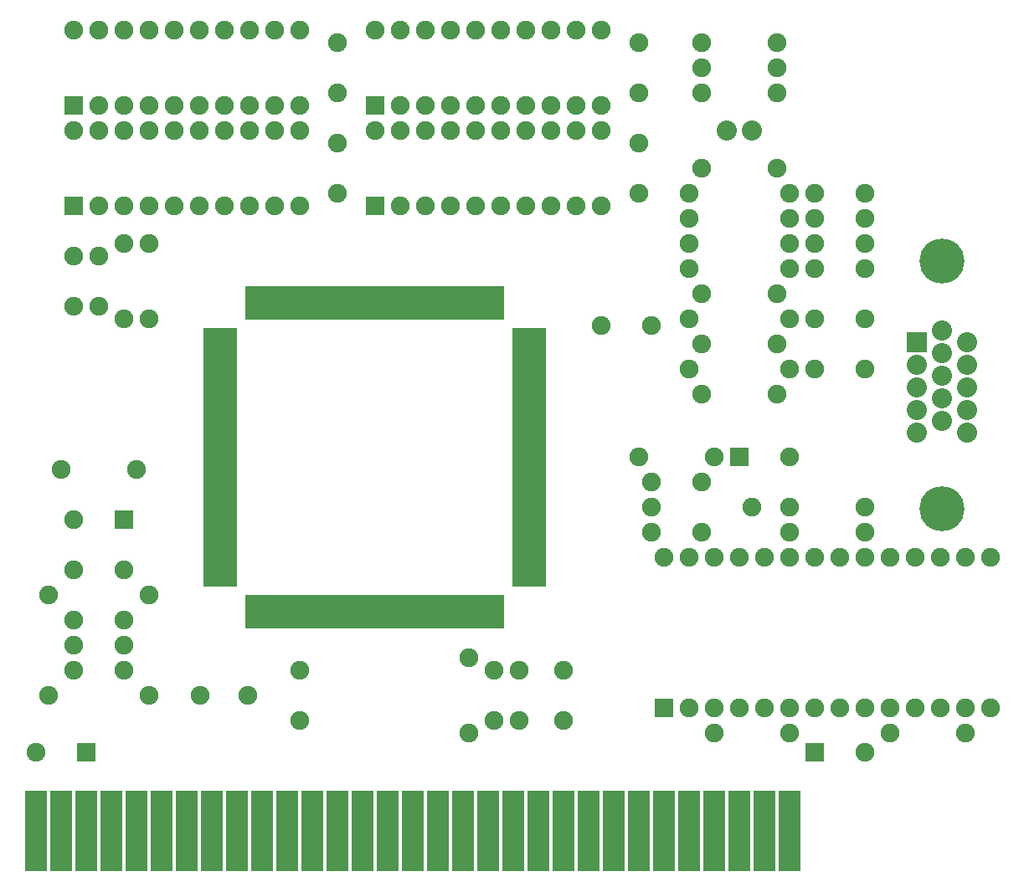
<source format=gts>
G04 (created by PCBNEW-RS274X (2012-01-19 BZR 3256)-stable) date 3/15/2013 12:17:23 AM*
G01*
G70*
G90*
%MOIN*%
G04 Gerber Fmt 3.4, Leading zero omitted, Abs format*
%FSLAX34Y34*%
G04 APERTURE LIST*
%ADD10C,0.006000*%
%ADD11R,0.075000X0.075000*%
%ADD12C,0.075000*%
%ADD13R,0.090000X0.320000*%
%ADD14C,0.179400*%
%ADD15R,0.080000X0.080000*%
%ADD16C,0.080000*%
%ADD17R,0.138100X0.033800*%
%ADD18R,0.033800X0.138100*%
%ADD19O,0.080000X0.080000*%
G04 APERTURE END LIST*
G54D10*
G54D11*
X66000Y-46500D03*
G54D12*
X67000Y-46500D03*
X68000Y-46500D03*
X69000Y-46500D03*
X70000Y-46500D03*
X71000Y-46500D03*
X72000Y-46500D03*
X73000Y-46500D03*
X74000Y-46500D03*
X75000Y-46500D03*
X76000Y-46500D03*
X77000Y-46500D03*
X78000Y-46500D03*
X79000Y-46500D03*
X79000Y-40500D03*
X78000Y-40500D03*
X77000Y-40500D03*
X76000Y-40500D03*
X75000Y-40500D03*
X74000Y-40500D03*
X73000Y-40500D03*
X72000Y-40500D03*
X71000Y-40500D03*
X70000Y-40500D03*
X69000Y-40500D03*
X68000Y-40500D03*
X67000Y-40500D03*
X66000Y-40500D03*
X44500Y-31000D03*
X44500Y-28000D03*
X67500Y-21000D03*
X70500Y-21000D03*
X70500Y-25000D03*
X67500Y-25000D03*
X71000Y-47500D03*
X68000Y-47500D03*
X67500Y-22000D03*
X70500Y-22000D03*
X65000Y-36500D03*
X68000Y-36500D03*
X67500Y-30000D03*
X70500Y-30000D03*
X67500Y-32000D03*
X70500Y-32000D03*
X67500Y-34000D03*
X70500Y-34000D03*
X58250Y-47500D03*
X58250Y-44500D03*
X45500Y-31000D03*
X45500Y-28000D03*
X78000Y-47500D03*
X75000Y-47500D03*
X74000Y-38500D03*
X71000Y-38500D03*
X74000Y-39500D03*
X71000Y-39500D03*
X67500Y-20000D03*
X70500Y-20000D03*
X42000Y-37000D03*
X45000Y-37000D03*
G54D11*
X54500Y-22500D03*
G54D12*
X55500Y-22500D03*
X56500Y-22500D03*
X57500Y-22500D03*
X58500Y-22500D03*
X59500Y-22500D03*
X60500Y-22500D03*
X61500Y-22500D03*
X62500Y-22500D03*
X63500Y-22500D03*
X63500Y-19500D03*
X62500Y-19500D03*
X61500Y-19500D03*
X60500Y-19500D03*
X59500Y-19500D03*
X58500Y-19500D03*
X57500Y-19500D03*
X56500Y-19500D03*
X55500Y-19500D03*
X54500Y-19500D03*
G54D11*
X42500Y-22500D03*
G54D12*
X43500Y-22500D03*
X44500Y-22500D03*
X45500Y-22500D03*
X46500Y-22500D03*
X47500Y-22500D03*
X48500Y-22500D03*
X49500Y-22500D03*
X50500Y-22500D03*
X51500Y-22500D03*
X51500Y-19500D03*
X50500Y-19500D03*
X49500Y-19500D03*
X48500Y-19500D03*
X47500Y-19500D03*
X46500Y-19500D03*
X45500Y-19500D03*
X44500Y-19500D03*
X43500Y-19500D03*
X42500Y-19500D03*
G54D11*
X54500Y-26500D03*
G54D12*
X55500Y-26500D03*
X56500Y-26500D03*
X57500Y-26500D03*
X58500Y-26500D03*
X59500Y-26500D03*
X60500Y-26500D03*
X61500Y-26500D03*
X62500Y-26500D03*
X63500Y-26500D03*
X63500Y-23500D03*
X62500Y-23500D03*
X61500Y-23500D03*
X60500Y-23500D03*
X59500Y-23500D03*
X58500Y-23500D03*
X57500Y-23500D03*
X56500Y-23500D03*
X55500Y-23500D03*
X54500Y-23500D03*
G54D11*
X42500Y-26500D03*
G54D12*
X43500Y-26500D03*
X44500Y-26500D03*
X45500Y-26500D03*
X46500Y-26500D03*
X47500Y-26500D03*
X48500Y-26500D03*
X49500Y-26500D03*
X50500Y-26500D03*
X51500Y-26500D03*
X51500Y-23500D03*
X50500Y-23500D03*
X49500Y-23500D03*
X48500Y-23500D03*
X47500Y-23500D03*
X46500Y-23500D03*
X45500Y-23500D03*
X44500Y-23500D03*
X43500Y-23500D03*
X42500Y-23500D03*
G54D11*
X44500Y-39000D03*
G54D12*
X42500Y-39000D03*
X63500Y-31250D03*
X65500Y-31250D03*
X65500Y-39500D03*
X67500Y-39500D03*
X65000Y-26000D03*
X65000Y-24000D03*
X53000Y-26000D03*
X53000Y-24000D03*
X53000Y-22000D03*
X53000Y-20000D03*
X44500Y-41000D03*
X42500Y-41000D03*
X44500Y-43000D03*
X42500Y-43000D03*
X65500Y-37500D03*
X67500Y-37500D03*
X42500Y-45000D03*
X44500Y-45000D03*
X44500Y-44000D03*
X42500Y-44000D03*
X72000Y-28000D03*
X74000Y-28000D03*
X62000Y-45000D03*
X62000Y-47000D03*
X60250Y-45000D03*
X60250Y-47000D03*
X59250Y-45000D03*
X59250Y-47000D03*
X42500Y-28500D03*
X42500Y-30500D03*
X43500Y-28500D03*
X43500Y-30500D03*
X72000Y-29000D03*
X74000Y-29000D03*
X72000Y-33000D03*
X74000Y-33000D03*
G54D13*
X71000Y-51375D03*
X70000Y-51375D03*
X69000Y-51375D03*
X68000Y-51375D03*
X67000Y-51375D03*
X66000Y-51375D03*
X65000Y-51375D03*
X64000Y-51375D03*
X63000Y-51375D03*
X62000Y-51375D03*
X61000Y-51375D03*
X60000Y-51375D03*
X59000Y-51375D03*
X58000Y-51375D03*
X57000Y-51375D03*
X56000Y-51375D03*
X55000Y-51375D03*
X54000Y-51375D03*
X53000Y-51375D03*
X52000Y-51375D03*
X51000Y-51375D03*
X50000Y-51375D03*
X49000Y-51375D03*
X48000Y-51375D03*
X47000Y-51375D03*
X46000Y-51375D03*
X45000Y-51375D03*
X44000Y-51375D03*
X43000Y-51375D03*
X42000Y-51375D03*
X41000Y-51375D03*
G54D14*
X77073Y-38539D03*
X77073Y-28701D03*
G54D15*
X76073Y-31911D03*
G54D16*
X76073Y-32813D03*
X76073Y-33718D03*
X76073Y-34620D03*
X76073Y-35522D03*
X77073Y-34169D03*
X77073Y-33268D03*
X77073Y-32366D03*
X77073Y-31464D03*
X77073Y-35071D03*
X78073Y-31911D03*
X78073Y-32813D03*
X78073Y-33718D03*
X78073Y-34620D03*
X78073Y-35522D03*
G54D17*
X60642Y-41490D03*
X60642Y-41234D03*
X60642Y-40978D03*
X60642Y-40722D03*
X60642Y-40466D03*
X60642Y-40210D03*
X60642Y-39954D03*
X60642Y-39699D03*
X60642Y-39443D03*
X60642Y-39187D03*
X60642Y-38931D03*
X60642Y-38675D03*
X60642Y-38419D03*
X60642Y-38163D03*
X60642Y-37907D03*
X60642Y-37651D03*
X60642Y-37395D03*
X60642Y-37139D03*
X60642Y-36884D03*
X60642Y-36628D03*
X60642Y-36372D03*
X60642Y-36116D03*
X60642Y-35860D03*
X60642Y-35604D03*
X60642Y-35348D03*
X60642Y-35092D03*
X60642Y-34836D03*
X60642Y-34580D03*
X60642Y-34325D03*
X60642Y-34069D03*
X60642Y-33813D03*
X60642Y-33557D03*
X60642Y-33301D03*
X60642Y-33045D03*
X60642Y-32789D03*
X60642Y-32533D03*
X60642Y-32277D03*
X60642Y-32021D03*
X60642Y-31765D03*
X60642Y-31510D03*
X48358Y-31510D03*
X48358Y-31766D03*
X48358Y-32022D03*
X48358Y-32278D03*
X48358Y-32534D03*
X48358Y-32789D03*
X48358Y-33045D03*
X48358Y-33301D03*
X48358Y-33557D03*
X48358Y-33813D03*
X48358Y-34069D03*
X48358Y-34325D03*
X48358Y-34581D03*
X48358Y-34837D03*
X48358Y-35093D03*
X48358Y-35348D03*
X48358Y-35604D03*
X48358Y-35860D03*
X48358Y-36116D03*
X48358Y-36372D03*
X48358Y-36628D03*
X48358Y-36884D03*
X48358Y-37140D03*
X48358Y-37396D03*
X48358Y-37652D03*
X48358Y-37908D03*
X48358Y-38163D03*
X48358Y-38419D03*
X48358Y-38675D03*
X48358Y-38931D03*
X48358Y-39187D03*
X48358Y-39443D03*
X48358Y-39699D03*
X48358Y-39955D03*
X48358Y-40211D03*
X48358Y-40467D03*
X48358Y-40722D03*
X48358Y-40978D03*
X48358Y-41234D03*
X48358Y-41490D03*
G54D18*
X54372Y-30358D03*
X54116Y-30358D03*
X53860Y-30358D03*
X53604Y-30358D03*
X53348Y-30358D03*
X53092Y-30358D03*
X52837Y-30358D03*
X52581Y-30358D03*
X52325Y-30358D03*
X52069Y-30358D03*
X51813Y-30358D03*
X51557Y-30358D03*
X51301Y-30358D03*
X51045Y-30358D03*
X50789Y-30358D03*
X50533Y-30358D03*
X50278Y-30358D03*
X50022Y-30358D03*
X49766Y-30358D03*
X49510Y-30358D03*
X59490Y-30358D03*
X59234Y-30358D03*
X58978Y-30358D03*
X58722Y-30358D03*
X58467Y-30358D03*
X58211Y-30358D03*
X57955Y-30358D03*
X57699Y-30358D03*
X57443Y-30358D03*
X57187Y-30358D03*
X56931Y-30358D03*
X56675Y-30358D03*
X56419Y-30358D03*
X56163Y-30358D03*
X55908Y-30358D03*
X55652Y-30358D03*
X55396Y-30358D03*
X55140Y-30358D03*
X54884Y-30358D03*
X49510Y-42642D03*
X49766Y-42642D03*
X50022Y-42642D03*
X50278Y-42642D03*
X50533Y-42642D03*
X50789Y-42642D03*
X51045Y-42642D03*
X51301Y-42642D03*
X51557Y-42642D03*
X51813Y-42642D03*
X52069Y-42642D03*
X52325Y-42642D03*
X52581Y-42642D03*
X52837Y-42642D03*
X53092Y-42642D03*
X53348Y-42642D03*
X53604Y-42642D03*
X53860Y-42642D03*
X54116Y-42642D03*
X54372Y-42642D03*
X54628Y-42642D03*
X54884Y-42642D03*
X55140Y-42642D03*
X55396Y-42642D03*
X55652Y-42642D03*
X55907Y-42642D03*
X56163Y-42642D03*
X56419Y-42642D03*
X56675Y-42642D03*
X56931Y-42642D03*
X57187Y-42642D03*
X57443Y-42642D03*
X57699Y-42642D03*
X57955Y-42642D03*
X58211Y-42642D03*
X58466Y-42642D03*
X58722Y-42642D03*
X58978Y-42642D03*
X59234Y-42642D03*
X59490Y-42642D03*
X54628Y-30358D03*
G54D12*
X49461Y-46000D03*
X47539Y-46000D03*
X65000Y-22000D03*
X65000Y-20000D03*
X51500Y-45000D03*
X51500Y-47000D03*
G54D11*
X43000Y-48250D03*
G54D12*
X41000Y-48250D03*
G54D11*
X72000Y-48250D03*
G54D12*
X74000Y-48250D03*
G54D11*
X69000Y-36500D03*
G54D12*
X71000Y-36500D03*
X72000Y-31000D03*
X74000Y-31000D03*
X72000Y-26000D03*
X74000Y-26000D03*
X72000Y-27000D03*
X74000Y-27000D03*
G54D19*
X69500Y-23500D03*
G54D16*
X68500Y-23500D03*
G54D12*
X67000Y-29000D03*
X71000Y-29000D03*
X67000Y-31000D03*
X71000Y-31000D03*
X67000Y-33000D03*
X71000Y-33000D03*
X71000Y-26000D03*
X67000Y-26000D03*
X71000Y-27000D03*
X67000Y-27000D03*
X71000Y-28000D03*
X67000Y-28000D03*
X45500Y-42000D03*
X41500Y-42000D03*
X41500Y-46000D03*
X45500Y-46000D03*
X65500Y-38500D03*
X69500Y-38500D03*
M02*

</source>
